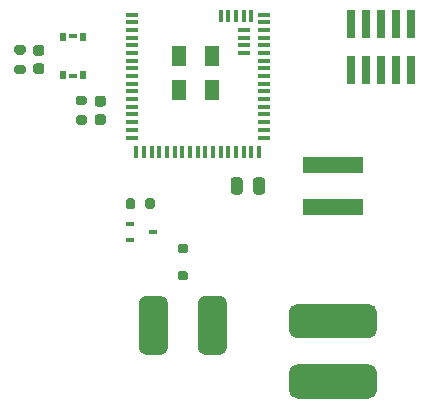
<source format=gbr>
%TF.GenerationSoftware,KiCad,Pcbnew,5.1.7-a382d34a8~88~ubuntu18.04.1*%
%TF.CreationDate,2022-12-15T19:41:17-05:00*%
%TF.ProjectId,project-nrf-leak-detector,70726f6a-6563-4742-9d6e-72662d6c6561,rev?*%
%TF.SameCoordinates,Original*%
%TF.FileFunction,Paste,Top*%
%TF.FilePolarity,Positive*%
%FSLAX46Y46*%
G04 Gerber Fmt 4.6, Leading zero omitted, Abs format (unit mm)*
G04 Created by KiCad (PCBNEW 5.1.7-a382d34a8~88~ubuntu18.04.1) date 2022-12-15 19:41:17*
%MOMM*%
%LPD*%
G01*
G04 APERTURE LIST*
%ADD10R,1.300000X1.800000*%
%ADD11R,1.100000X0.350000*%
%ADD12R,0.350000X1.100000*%
%ADD13R,0.600000X0.650000*%
%ADD14R,0.700000X0.350000*%
%ADD15R,0.700000X0.450000*%
%ADD16R,5.100000X1.400000*%
%ADD17R,0.740000X2.400000*%
G04 APERTURE END LIST*
%TO.C,LS1*%
G36*
G01*
X51750000Y-64375000D02*
X51750000Y-60625000D01*
G75*
G02*
X52375000Y-60000000I625000J0D01*
G01*
X53625000Y-60000000D01*
G75*
G02*
X54250000Y-60625000I0J-625000D01*
G01*
X54250000Y-64375000D01*
G75*
G02*
X53625000Y-65000000I-625000J0D01*
G01*
X52375000Y-65000000D01*
G75*
G02*
X51750000Y-64375000I0J625000D01*
G01*
G37*
G36*
G01*
X46750000Y-64375000D02*
X46750000Y-60625000D01*
G75*
G02*
X47375000Y-60000000I625000J0D01*
G01*
X48625000Y-60000000D01*
G75*
G02*
X49250000Y-60625000I0J-625000D01*
G01*
X49250000Y-64375000D01*
G75*
G02*
X48625000Y-65000000I-625000J0D01*
G01*
X47375000Y-65000000D01*
G75*
G02*
X46750000Y-64375000I0J625000D01*
G01*
G37*
%TD*%
%TO.C,R3*%
G36*
G01*
X41625000Y-44725000D02*
X42175000Y-44725000D01*
G75*
G02*
X42375000Y-44925000I0J-200000D01*
G01*
X42375000Y-45325000D01*
G75*
G02*
X42175000Y-45525000I-200000J0D01*
G01*
X41625000Y-45525000D01*
G75*
G02*
X41425000Y-45325000I0J200000D01*
G01*
X41425000Y-44925000D01*
G75*
G02*
X41625000Y-44725000I200000J0D01*
G01*
G37*
G36*
G01*
X41625000Y-43075000D02*
X42175000Y-43075000D01*
G75*
G02*
X42375000Y-43275000I0J-200000D01*
G01*
X42375000Y-43675000D01*
G75*
G02*
X42175000Y-43875000I-200000J0D01*
G01*
X41625000Y-43875000D01*
G75*
G02*
X41425000Y-43675000I0J200000D01*
G01*
X41425000Y-43275000D01*
G75*
G02*
X41625000Y-43075000I200000J0D01*
G01*
G37*
%TD*%
%TO.C,C3*%
G36*
G01*
X43750000Y-43975000D02*
X43250000Y-43975000D01*
G75*
G02*
X43025000Y-43750000I0J225000D01*
G01*
X43025000Y-43300000D01*
G75*
G02*
X43250000Y-43075000I225000J0D01*
G01*
X43750000Y-43075000D01*
G75*
G02*
X43975000Y-43300000I0J-225000D01*
G01*
X43975000Y-43750000D01*
G75*
G02*
X43750000Y-43975000I-225000J0D01*
G01*
G37*
G36*
G01*
X43750000Y-45525000D02*
X43250000Y-45525000D01*
G75*
G02*
X43025000Y-45300000I0J225000D01*
G01*
X43025000Y-44850000D01*
G75*
G02*
X43250000Y-44625000I225000J0D01*
G01*
X43750000Y-44625000D01*
G75*
G02*
X43975000Y-44850000I0J-225000D01*
G01*
X43975000Y-45300000D01*
G75*
G02*
X43750000Y-45525000I-225000J0D01*
G01*
G37*
%TD*%
D10*
%TO.C,U1*%
X50200000Y-42550000D03*
X53000000Y-42550000D03*
X53000000Y-39700000D03*
X50200000Y-39700000D03*
D11*
X55650000Y-39450000D03*
X55650000Y-38800000D03*
X55650000Y-38150000D03*
X55650000Y-37500000D03*
D12*
X53700000Y-36300000D03*
X54350000Y-36300000D03*
X55000000Y-36300000D03*
X55650000Y-36300000D03*
X56250000Y-36300000D03*
D11*
X57350000Y-36200000D03*
X57350000Y-36850000D03*
X57350000Y-37500000D03*
X57350000Y-38150000D03*
X57350000Y-38800000D03*
X57350000Y-39450000D03*
X57350000Y-40100000D03*
X57350000Y-40750000D03*
X57350000Y-41400000D03*
X57350000Y-42050000D03*
X57350000Y-42700000D03*
X57350000Y-43350000D03*
X57350000Y-44000000D03*
X57350000Y-44650000D03*
X57350000Y-45300000D03*
X57350000Y-45950000D03*
X57350000Y-46600000D03*
D12*
X56950000Y-47800000D03*
X56300000Y-47800000D03*
X55650000Y-47800000D03*
X55000000Y-47800000D03*
X54350000Y-47800000D03*
X53700000Y-47800000D03*
X53050000Y-47800000D03*
X52400000Y-47800000D03*
X51750000Y-47800000D03*
X51100000Y-47800000D03*
X50450000Y-47800000D03*
X49800000Y-47800000D03*
X49150000Y-47800000D03*
X48500000Y-47800000D03*
X47850000Y-47800000D03*
X47200000Y-47800000D03*
X46550000Y-47800000D03*
D11*
X46150000Y-46600000D03*
X46150000Y-45950000D03*
X46150000Y-45300000D03*
X46150000Y-44650000D03*
X46150000Y-44000000D03*
X46150000Y-43350000D03*
X46150000Y-42700000D03*
X46150000Y-42050000D03*
X46150000Y-41400000D03*
X46150000Y-40750000D03*
X46150000Y-40100000D03*
X46150000Y-39450000D03*
X46150000Y-38800000D03*
X46150000Y-38150000D03*
X46150000Y-37500000D03*
X46150000Y-36850000D03*
X46150000Y-36200000D03*
%TD*%
D13*
%TO.C,S1*%
X42050000Y-38125000D03*
X42050000Y-41275000D03*
X40350000Y-38125000D03*
X40350000Y-41275000D03*
D14*
X41200000Y-37975000D03*
X41200000Y-41425000D03*
%TD*%
%TO.C,R2*%
G36*
G01*
X47325000Y-52475000D02*
X47325000Y-51925000D01*
G75*
G02*
X47525000Y-51725000I200000J0D01*
G01*
X47925000Y-51725000D01*
G75*
G02*
X48125000Y-51925000I0J-200000D01*
G01*
X48125000Y-52475000D01*
G75*
G02*
X47925000Y-52675000I-200000J0D01*
G01*
X47525000Y-52675000D01*
G75*
G02*
X47325000Y-52475000I0J200000D01*
G01*
G37*
G36*
G01*
X45675000Y-52475000D02*
X45675000Y-51925000D01*
G75*
G02*
X45875000Y-51725000I200000J0D01*
G01*
X46275000Y-51725000D01*
G75*
G02*
X46475000Y-51925000I0J-200000D01*
G01*
X46475000Y-52475000D01*
G75*
G02*
X46275000Y-52675000I-200000J0D01*
G01*
X45875000Y-52675000D01*
G75*
G02*
X45675000Y-52475000I0J200000D01*
G01*
G37*
%TD*%
%TO.C,R1*%
G36*
G01*
X36975000Y-39575000D02*
X36425000Y-39575000D01*
G75*
G02*
X36225000Y-39375000I0J200000D01*
G01*
X36225000Y-38975000D01*
G75*
G02*
X36425000Y-38775000I200000J0D01*
G01*
X36975000Y-38775000D01*
G75*
G02*
X37175000Y-38975000I0J-200000D01*
G01*
X37175000Y-39375000D01*
G75*
G02*
X36975000Y-39575000I-200000J0D01*
G01*
G37*
G36*
G01*
X36975000Y-41225000D02*
X36425000Y-41225000D01*
G75*
G02*
X36225000Y-41025000I0J200000D01*
G01*
X36225000Y-40625000D01*
G75*
G02*
X36425000Y-40425000I200000J0D01*
G01*
X36975000Y-40425000D01*
G75*
G02*
X37175000Y-40625000I0J-200000D01*
G01*
X37175000Y-41025000D01*
G75*
G02*
X36975000Y-41225000I-200000J0D01*
G01*
G37*
%TD*%
D15*
%TO.C,Q1*%
X48000000Y-54600000D03*
X46000000Y-55250000D03*
X46000000Y-53950000D03*
%TD*%
%TO.C,L1*%
G36*
G01*
X59450000Y-62875000D02*
X59450000Y-61425000D01*
G75*
G02*
X60175000Y-60700000I725000J0D01*
G01*
X66225000Y-60700000D01*
G75*
G02*
X66950000Y-61425000I0J-725000D01*
G01*
X66950000Y-62875000D01*
G75*
G02*
X66225000Y-63600000I-725000J0D01*
G01*
X60175000Y-63600000D01*
G75*
G02*
X59450000Y-62875000I0J725000D01*
G01*
G37*
G36*
G01*
X66950000Y-66525000D02*
X66950000Y-67975000D01*
G75*
G02*
X66225000Y-68700000I-725000J0D01*
G01*
X60175000Y-68700000D01*
G75*
G02*
X59450000Y-67975000I0J725000D01*
G01*
X59450000Y-66525000D01*
G75*
G02*
X60175000Y-65800000I725000J0D01*
G01*
X66225000Y-65800000D01*
G75*
G02*
X66950000Y-66525000I0J-725000D01*
G01*
G37*
%TD*%
D16*
%TO.C,J2*%
X63250000Y-48950000D03*
X63250000Y-52450000D03*
%TD*%
D17*
%TO.C,J1*%
X64760000Y-40850000D03*
X64760000Y-36950000D03*
X66030000Y-40850000D03*
X66030000Y-36950000D03*
X67300000Y-40850000D03*
X67300000Y-36950000D03*
X68570000Y-40850000D03*
X68570000Y-36950000D03*
X69840000Y-40850000D03*
X69840000Y-36950000D03*
%TD*%
%TO.C,D1*%
G36*
G01*
X50250000Y-55600000D02*
X50750000Y-55600000D01*
G75*
G02*
X50950000Y-55800000I0J-200000D01*
G01*
X50950000Y-56200000D01*
G75*
G02*
X50750000Y-56400000I-200000J0D01*
G01*
X50250000Y-56400000D01*
G75*
G02*
X50050000Y-56200000I0J200000D01*
G01*
X50050000Y-55800000D01*
G75*
G02*
X50250000Y-55600000I200000J0D01*
G01*
G37*
G36*
G01*
X50250000Y-57900000D02*
X50750000Y-57900000D01*
G75*
G02*
X50950000Y-58100000I0J-200000D01*
G01*
X50950000Y-58500000D01*
G75*
G02*
X50750000Y-58700000I-200000J0D01*
G01*
X50250000Y-58700000D01*
G75*
G02*
X50050000Y-58500000I0J200000D01*
G01*
X50050000Y-58100000D01*
G75*
G02*
X50250000Y-57900000I200000J0D01*
G01*
G37*
%TD*%
%TO.C,C2*%
G36*
G01*
X56450000Y-51175000D02*
X56450000Y-50225000D01*
G75*
G02*
X56700000Y-49975000I250000J0D01*
G01*
X57200000Y-49975000D01*
G75*
G02*
X57450000Y-50225000I0J-250000D01*
G01*
X57450000Y-51175000D01*
G75*
G02*
X57200000Y-51425000I-250000J0D01*
G01*
X56700000Y-51425000D01*
G75*
G02*
X56450000Y-51175000I0J250000D01*
G01*
G37*
G36*
G01*
X54550000Y-51175000D02*
X54550000Y-50225000D01*
G75*
G02*
X54800000Y-49975000I250000J0D01*
G01*
X55300000Y-49975000D01*
G75*
G02*
X55550000Y-50225000I0J-250000D01*
G01*
X55550000Y-51175000D01*
G75*
G02*
X55300000Y-51425000I-250000J0D01*
G01*
X54800000Y-51425000D01*
G75*
G02*
X54550000Y-51175000I0J250000D01*
G01*
G37*
%TD*%
%TO.C,C1*%
G36*
G01*
X38050000Y-40325000D02*
X38550000Y-40325000D01*
G75*
G02*
X38775000Y-40550000I0J-225000D01*
G01*
X38775000Y-41000000D01*
G75*
G02*
X38550000Y-41225000I-225000J0D01*
G01*
X38050000Y-41225000D01*
G75*
G02*
X37825000Y-41000000I0J225000D01*
G01*
X37825000Y-40550000D01*
G75*
G02*
X38050000Y-40325000I225000J0D01*
G01*
G37*
G36*
G01*
X38050000Y-38775000D02*
X38550000Y-38775000D01*
G75*
G02*
X38775000Y-39000000I0J-225000D01*
G01*
X38775000Y-39450000D01*
G75*
G02*
X38550000Y-39675000I-225000J0D01*
G01*
X38050000Y-39675000D01*
G75*
G02*
X37825000Y-39450000I0J225000D01*
G01*
X37825000Y-39000000D01*
G75*
G02*
X38050000Y-38775000I225000J0D01*
G01*
G37*
%TD*%
M02*

</source>
